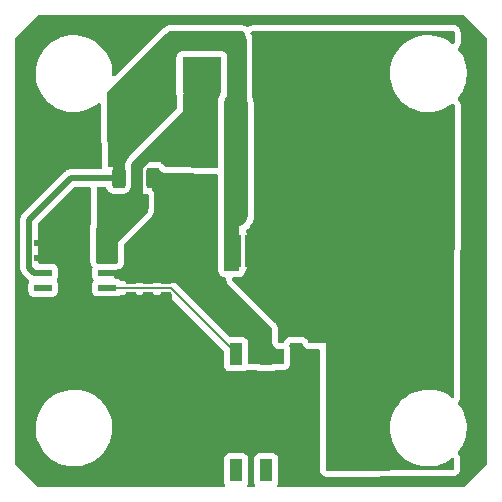
<source format=gtl>
G04 #@! TF.GenerationSoftware,KiCad,Pcbnew,7.0.8-7.0.8~ubuntu22.04.1*
G04 #@! TF.CreationDate,2023-11-29T13:04:59-08:00*
G04 #@! TF.ProjectId,30 mm Cage Plate LED MCPCB,3330206d-6d20-4436-9167-6520506c6174,rev?*
G04 #@! TF.SameCoordinates,Original*
G04 #@! TF.FileFunction,Copper,L1,Top*
G04 #@! TF.FilePolarity,Positive*
%FSLAX46Y46*%
G04 Gerber Fmt 4.6, Leading zero omitted, Abs format (unit mm)*
G04 Created by KiCad (PCBNEW 7.0.8-7.0.8~ubuntu22.04.1) date 2023-11-29 13:04:59*
%MOMM*%
%LPD*%
G01*
G04 APERTURE LIST*
G04 Aperture macros list*
%AMRoundRect*
0 Rectangle with rounded corners*
0 $1 Rounding radius*
0 $2 $3 $4 $5 $6 $7 $8 $9 X,Y pos of 4 corners*
0 Add a 4 corners polygon primitive as box body*
4,1,4,$2,$3,$4,$5,$6,$7,$8,$9,$2,$3,0*
0 Add four circle primitives for the rounded corners*
1,1,$1+$1,$2,$3*
1,1,$1+$1,$4,$5*
1,1,$1+$1,$6,$7*
1,1,$1+$1,$8,$9*
0 Add four rect primitives between the rounded corners*
20,1,$1+$1,$2,$3,$4,$5,0*
20,1,$1+$1,$4,$5,$6,$7,0*
20,1,$1+$1,$6,$7,$8,$9,0*
20,1,$1+$1,$8,$9,$2,$3,0*%
G04 Aperture macros list end*
G04 #@! TA.AperFunction,SMDPad,CuDef*
%ADD10RoundRect,0.250000X-0.312500X-0.625000X0.312500X-0.625000X0.312500X0.625000X-0.312500X0.625000X0*%
G04 #@! TD*
G04 #@! TA.AperFunction,SMDPad,CuDef*
%ADD11R,1.020000X1.905000*%
G04 #@! TD*
G04 #@! TA.AperFunction,SMDPad,CuDef*
%ADD12R,0.500000X2.700000*%
G04 #@! TD*
G04 #@! TA.AperFunction,SMDPad,CuDef*
%ADD13R,1.000000X2.700000*%
G04 #@! TD*
G04 #@! TA.AperFunction,SMDPad,CuDef*
%ADD14RoundRect,0.225000X0.250000X-0.225000X0.250000X0.225000X-0.250000X0.225000X-0.250000X-0.225000X0*%
G04 #@! TD*
G04 #@! TA.AperFunction,SMDPad,CuDef*
%ADD15R,1.498600X0.558800*%
G04 #@! TD*
G04 #@! TA.AperFunction,SMDPad,CuDef*
%ADD16R,2.413000X3.073400*%
G04 #@! TD*
G04 #@! TA.AperFunction,SMDPad,CuDef*
%ADD17R,3.302000X3.098800*%
G04 #@! TD*
G04 #@! TA.AperFunction,SMDPad,CuDef*
%ADD18RoundRect,0.250000X0.800000X-0.450000X0.800000X0.450000X-0.800000X0.450000X-0.800000X-0.450000X0*%
G04 #@! TD*
G04 #@! TA.AperFunction,Conductor*
%ADD19C,1.000000*%
G04 #@! TD*
G04 #@! TA.AperFunction,Conductor*
%ADD20C,0.500000*%
G04 #@! TD*
G04 #@! TA.AperFunction,Conductor*
%ADD21C,0.200000*%
G04 #@! TD*
G04 #@! TA.AperFunction,Conductor*
%ADD22C,2.000000*%
G04 #@! TD*
G04 #@! TA.AperFunction,Conductor*
%ADD23C,1.500000*%
G04 #@! TD*
G04 APERTURE END LIST*
D10*
X108777500Y-73824950D03*
X111702500Y-73824950D03*
D11*
X123820000Y-98562500D03*
X123820000Y-88737500D03*
X121280000Y-98562500D03*
X121280000Y-88737500D03*
X118740000Y-98562500D03*
X118740000Y-88737500D03*
X116200000Y-98562500D03*
X116200000Y-88737500D03*
D12*
X118900000Y-80010000D03*
X121100000Y-80010000D03*
D13*
X120000000Y-80010000D03*
D14*
X111300000Y-83910000D03*
X111300000Y-82360000D03*
X112770000Y-83920000D03*
X112770000Y-82370000D03*
D15*
X102394900Y-79320050D03*
X102394900Y-80590050D03*
X102394900Y-81860050D03*
X102394900Y-83130050D03*
X107805100Y-83130050D03*
X107805100Y-81860050D03*
X107805100Y-80590050D03*
X107805100Y-79320050D03*
D16*
X105100000Y-81225050D03*
D14*
X109830000Y-83910050D03*
X109830000Y-82360050D03*
D17*
X124028999Y-65150000D03*
X115831001Y-65150000D03*
D18*
X110335100Y-80300050D03*
X110335100Y-75900050D03*
D19*
X123820000Y-93700000D02*
X112280000Y-93700000D01*
X123820000Y-93700000D02*
X123820000Y-98562500D01*
X112280000Y-93700000D02*
X105100000Y-86520000D01*
D20*
X105100000Y-79634950D02*
X104785100Y-79320050D01*
X105100000Y-81225050D02*
X105100000Y-82761750D01*
X104465000Y-80590050D02*
X105100000Y-81225050D01*
X104785100Y-79320050D02*
X102394900Y-79320050D01*
D19*
X116200000Y-98562500D02*
X116200000Y-88737500D01*
X105100000Y-86520000D02*
X105100000Y-81225050D01*
D20*
X105100000Y-81225050D02*
X105100000Y-79634950D01*
X106423300Y-84085050D02*
X109830000Y-84085050D01*
X102394900Y-80590050D02*
X104465000Y-80590050D01*
D19*
X123820000Y-88737500D02*
X123820000Y-93700000D01*
D20*
X105100000Y-82761750D02*
X106423300Y-84085050D01*
D19*
X109830000Y-82185050D02*
X116715050Y-82185050D01*
X121280000Y-86750000D02*
X121280000Y-88737500D01*
X112265000Y-78370150D02*
X110335100Y-80300050D01*
D20*
X107805100Y-81860050D02*
X109505000Y-81860050D01*
X109505000Y-81860050D02*
X109830000Y-82185050D01*
X110335100Y-80300050D02*
X110335100Y-81679950D01*
D19*
X116715050Y-82185050D02*
X121280000Y-86750000D01*
X111702500Y-73824950D02*
X112265000Y-74387450D01*
D20*
X110335100Y-81679950D02*
X109830000Y-82185050D01*
D19*
X112265000Y-74387450D02*
X112265000Y-78370150D01*
X110335100Y-76790050D02*
X107805100Y-79320050D01*
X115831001Y-65150000D02*
X115831001Y-67288999D01*
X110335100Y-72784900D02*
X110335100Y-75900050D01*
X110335100Y-75900050D02*
X110335100Y-76790050D01*
X115831001Y-67288999D02*
X110335100Y-72784900D01*
X107805100Y-79320050D02*
X107805100Y-80590050D01*
D21*
X118257462Y-88190000D02*
X113197512Y-83130050D01*
X118660000Y-88657500D02*
X118660000Y-88190000D01*
X113197512Y-83130050D02*
X107805100Y-83130050D01*
X118740000Y-88737500D02*
X118660000Y-88657500D01*
X118660000Y-88190000D02*
X118257462Y-88190000D01*
D22*
X118710000Y-67550000D02*
X118700000Y-67540000D01*
D23*
X112770000Y-63050000D02*
X112770000Y-62990000D01*
X115560000Y-62200000D02*
X118860000Y-62200000D01*
X113360000Y-62400000D02*
X113560000Y-62200000D01*
D20*
X104770000Y-73824950D02*
X108777500Y-73824950D01*
D22*
X118710000Y-76970000D02*
X118730000Y-76990000D01*
D23*
X118860000Y-62200000D02*
X118860000Y-71500000D01*
D20*
X101195600Y-81410050D02*
X101195600Y-77399350D01*
X118615700Y-80000000D02*
X118615700Y-77765700D01*
D19*
X108777500Y-73824950D02*
X108777500Y-70492500D01*
D20*
X118615700Y-77765700D02*
X118610000Y-77760000D01*
D22*
X108777500Y-67042500D02*
X112770000Y-63050000D01*
X118710000Y-76970000D02*
X118710000Y-67550000D01*
D20*
X102394900Y-81860050D02*
X101645600Y-81860050D01*
X101645600Y-81860050D02*
X101195600Y-81410050D01*
D23*
X112770000Y-62990000D02*
X113360000Y-62400000D01*
D20*
X101195600Y-77399350D02*
X104770000Y-73824950D01*
D22*
X108777500Y-70492500D02*
X108777500Y-67042500D01*
D23*
X113560000Y-62200000D02*
X115560000Y-62200000D01*
D22*
X121384300Y-65284300D02*
X121384300Y-80000000D01*
D19*
X120000000Y-80000000D02*
X121080000Y-78920000D01*
D22*
X121250000Y-65150000D02*
X121384300Y-65284300D01*
X124028999Y-65150000D02*
X121250000Y-65150000D01*
D20*
X121384300Y-80000000D02*
X121384300Y-77575700D01*
X121384300Y-77575700D02*
X121400000Y-77560000D01*
G04 #@! TA.AperFunction,Conductor*
G36*
X138015469Y-60020185D02*
G01*
X138036111Y-60036819D01*
X139963181Y-61963888D01*
X139996666Y-62025211D01*
X139999500Y-62051569D01*
X139999500Y-97948430D01*
X139979815Y-98015469D01*
X139963181Y-98036111D01*
X138036111Y-99963181D01*
X137974788Y-99996666D01*
X137948430Y-99999500D01*
X122300231Y-99999500D01*
X122233192Y-99979815D01*
X122187437Y-99927011D01*
X122177493Y-99857853D01*
X122200964Y-99801189D01*
X122204434Y-99796552D01*
X122233796Y-99757331D01*
X122284091Y-99622483D01*
X122290500Y-99562873D01*
X122290499Y-97562128D01*
X122284091Y-97502517D01*
X122263278Y-97446715D01*
X122233797Y-97367671D01*
X122233793Y-97367664D01*
X122147547Y-97252455D01*
X122147544Y-97252452D01*
X122032335Y-97166206D01*
X122032328Y-97166202D01*
X121897482Y-97115908D01*
X121897483Y-97115908D01*
X121837883Y-97109501D01*
X121837881Y-97109500D01*
X121837873Y-97109500D01*
X121837864Y-97109500D01*
X120722129Y-97109500D01*
X120722123Y-97109501D01*
X120662516Y-97115908D01*
X120527671Y-97166202D01*
X120527664Y-97166206D01*
X120412455Y-97252452D01*
X120412452Y-97252455D01*
X120326206Y-97367664D01*
X120326202Y-97367671D01*
X120275908Y-97502517D01*
X120269501Y-97562116D01*
X120269501Y-97562123D01*
X120269500Y-97562135D01*
X120269500Y-99562870D01*
X120269501Y-99562876D01*
X120275908Y-99622483D01*
X120326202Y-99757328D01*
X120326204Y-99757331D01*
X120359036Y-99801189D01*
X120383453Y-99866653D01*
X120368601Y-99934926D01*
X120319196Y-99984332D01*
X120259769Y-99999500D01*
X119760231Y-99999500D01*
X119693192Y-99979815D01*
X119647437Y-99927011D01*
X119637493Y-99857853D01*
X119660964Y-99801189D01*
X119664434Y-99796552D01*
X119693796Y-99757331D01*
X119744091Y-99622483D01*
X119750500Y-99562873D01*
X119750499Y-97562128D01*
X119744091Y-97502517D01*
X119723278Y-97446715D01*
X119693797Y-97367671D01*
X119693793Y-97367664D01*
X119607547Y-97252455D01*
X119607544Y-97252452D01*
X119492335Y-97166206D01*
X119492328Y-97166202D01*
X119357482Y-97115908D01*
X119357483Y-97115908D01*
X119297883Y-97109501D01*
X119297881Y-97109500D01*
X119297873Y-97109500D01*
X119297864Y-97109500D01*
X118182129Y-97109500D01*
X118182123Y-97109501D01*
X118122516Y-97115908D01*
X117987671Y-97166202D01*
X117987664Y-97166206D01*
X117872455Y-97252452D01*
X117872452Y-97252455D01*
X117786206Y-97367664D01*
X117786202Y-97367671D01*
X117735908Y-97502517D01*
X117729501Y-97562116D01*
X117729501Y-97562123D01*
X117729500Y-97562135D01*
X117729500Y-99562870D01*
X117729501Y-99562876D01*
X117735908Y-99622483D01*
X117786202Y-99757328D01*
X117786204Y-99757331D01*
X117819036Y-99801189D01*
X117843453Y-99866653D01*
X117828601Y-99934926D01*
X117779196Y-99984332D01*
X117719769Y-99999500D01*
X102051569Y-99999500D01*
X101984530Y-99979815D01*
X101963888Y-99963181D01*
X100036819Y-98036111D01*
X100003334Y-97974788D01*
X100000500Y-97948430D01*
X100000500Y-94910291D01*
X101745792Y-94910291D01*
X101755675Y-95268822D01*
X101755675Y-95268827D01*
X101755676Y-95268832D01*
X101804941Y-95624103D01*
X101804942Y-95624107D01*
X101892989Y-95971799D01*
X101892989Y-95971801D01*
X102018751Y-96307695D01*
X102018752Y-96307698D01*
X102169841Y-96606256D01*
X102180704Y-96627721D01*
X102376878Y-96927988D01*
X102531642Y-97115908D01*
X102604894Y-97204853D01*
X102604899Y-97204858D01*
X102861985Y-97454955D01*
X102861990Y-97454959D01*
X103145011Y-97675243D01*
X103145014Y-97675245D01*
X103145022Y-97675251D01*
X103450580Y-97863077D01*
X103774946Y-98016149D01*
X103774948Y-98016149D01*
X103774953Y-98016152D01*
X103774952Y-98016152D01*
X104114168Y-98132604D01*
X104114183Y-98132609D01*
X104464172Y-98211043D01*
X104820665Y-98250500D01*
X105089598Y-98250500D01*
X105127731Y-98248396D01*
X105358125Y-98235685D01*
X105711904Y-98176650D01*
X106057041Y-98079054D01*
X106389346Y-97944083D01*
X106704787Y-97773375D01*
X106999534Y-97569002D01*
X107270010Y-97333445D01*
X107512931Y-97069562D01*
X107725348Y-96780559D01*
X107904683Y-96469941D01*
X108048759Y-96141481D01*
X108155827Y-95799164D01*
X108224588Y-95447147D01*
X108254207Y-95089702D01*
X108244324Y-94731168D01*
X108195059Y-94375897D01*
X108107011Y-94028202D01*
X108043480Y-93858519D01*
X107981248Y-93692304D01*
X107981247Y-93692301D01*
X107899142Y-93530058D01*
X107819296Y-93372279D01*
X107623122Y-93072012D01*
X107395107Y-92795148D01*
X107262920Y-92666555D01*
X107138014Y-92545044D01*
X107138009Y-92545040D01*
X106854988Y-92324756D01*
X106854985Y-92324754D01*
X106854982Y-92324752D01*
X106854978Y-92324749D01*
X106549420Y-92136923D01*
X106549419Y-92136922D01*
X106549415Y-92136920D01*
X106225046Y-91983847D01*
X106225047Y-91983847D01*
X105885831Y-91867395D01*
X105885820Y-91867392D01*
X105885817Y-91867391D01*
X105535828Y-91788957D01*
X105535824Y-91788956D01*
X105179335Y-91749500D01*
X104910405Y-91749500D01*
X104910402Y-91749500D01*
X104641874Y-91764315D01*
X104288094Y-91823350D01*
X104288090Y-91823351D01*
X103942960Y-91920945D01*
X103942957Y-91920946D01*
X103610661Y-92055913D01*
X103610648Y-92055919D01*
X103295220Y-92226620D01*
X103295219Y-92226621D01*
X103000460Y-92431002D01*
X102729996Y-92666548D01*
X102729992Y-92666551D01*
X102487067Y-92930440D01*
X102274652Y-93219441D01*
X102274651Y-93219442D01*
X102095317Y-93530058D01*
X101951240Y-93858520D01*
X101951239Y-93858521D01*
X101844173Y-94200832D01*
X101775412Y-94552849D01*
X101775410Y-94552863D01*
X101745793Y-94910287D01*
X101745792Y-94910291D01*
X100000500Y-94910291D01*
X100000500Y-85987492D01*
X100002346Y-83516933D01*
X100003937Y-81388075D01*
X100440310Y-81388075D01*
X100444864Y-81440114D01*
X100445100Y-81445520D01*
X100445100Y-81453759D01*
X100448906Y-81486324D01*
X100455600Y-81562841D01*
X100457061Y-81569917D01*
X100457003Y-81569928D01*
X100458634Y-81577287D01*
X100458692Y-81577274D01*
X100460357Y-81584300D01*
X100486625Y-81656474D01*
X100510785Y-81729381D01*
X100513836Y-81735924D01*
X100513782Y-81735948D01*
X100517070Y-81742738D01*
X100517121Y-81742713D01*
X100520361Y-81749163D01*
X100520362Y-81749164D01*
X100520363Y-81749167D01*
X100562565Y-81813333D01*
X100602887Y-81878705D01*
X100607366Y-81884369D01*
X100607319Y-81884406D01*
X100612082Y-81890252D01*
X100612128Y-81890214D01*
X100616773Y-81895750D01*
X100672620Y-81948438D01*
X101069867Y-82345684D01*
X101081649Y-82359317D01*
X101095989Y-82378579D01*
X101136006Y-82412158D01*
X101139992Y-82415810D01*
X101145820Y-82421637D01*
X101145827Y-82421644D01*
X101163510Y-82435625D01*
X101171544Y-82441977D01*
X101176777Y-82446368D01*
X101215485Y-82504533D01*
X101216601Y-82574394D01*
X101205915Y-82600789D01*
X101201803Y-82608318D01*
X101151510Y-82743163D01*
X101151509Y-82743167D01*
X101145100Y-82802777D01*
X101145100Y-82802784D01*
X101145100Y-82802785D01*
X101145100Y-83457320D01*
X101145101Y-83457326D01*
X101151508Y-83516933D01*
X101201802Y-83651778D01*
X101201806Y-83651785D01*
X101288052Y-83766994D01*
X101288055Y-83766997D01*
X101403264Y-83853243D01*
X101403271Y-83853247D01*
X101538117Y-83903541D01*
X101538116Y-83903541D01*
X101545044Y-83904285D01*
X101597727Y-83909950D01*
X103192072Y-83909949D01*
X103251683Y-83903541D01*
X103386531Y-83853246D01*
X103501746Y-83766996D01*
X103587996Y-83651781D01*
X103638291Y-83516933D01*
X103644700Y-83457323D01*
X103644699Y-82802778D01*
X103638291Y-82743167D01*
X103587996Y-82608319D01*
X103558829Y-82569357D01*
X103534413Y-82503898D01*
X103549264Y-82435625D01*
X103558821Y-82420752D01*
X103587996Y-82381781D01*
X103638291Y-82246933D01*
X103644700Y-82187323D01*
X103644699Y-81532778D01*
X103638291Y-81473167D01*
X103638289Y-81473162D01*
X103587997Y-81338321D01*
X103587993Y-81338314D01*
X103501747Y-81223105D01*
X103501744Y-81223102D01*
X103386535Y-81136856D01*
X103386528Y-81136852D01*
X103251682Y-81086558D01*
X103251683Y-81086558D01*
X103192083Y-81080151D01*
X103192081Y-81080150D01*
X103192073Y-81080150D01*
X103192065Y-81080150D01*
X102070100Y-81080150D01*
X102003061Y-81060465D01*
X101957306Y-81007661D01*
X101946100Y-80956150D01*
X101946100Y-77761580D01*
X101965785Y-77694541D01*
X101982419Y-77673899D01*
X105044549Y-74611769D01*
X105105872Y-74578284D01*
X105132230Y-74575450D01*
X106279371Y-74575450D01*
X106346410Y-74595135D01*
X106392165Y-74647939D01*
X106403371Y-74699623D01*
X106394671Y-80945814D01*
X106405856Y-81052263D01*
X106405858Y-81052274D01*
X106416781Y-81103329D01*
X106450127Y-81205028D01*
X106450128Y-81205031D01*
X106450129Y-81205032D01*
X106527249Y-81326497D01*
X106541800Y-81343478D01*
X106570474Y-81407192D01*
X106563826Y-81467489D01*
X106561710Y-81473162D01*
X106561709Y-81473165D01*
X106561709Y-81473167D01*
X106555300Y-81532777D01*
X106555300Y-81532784D01*
X106555300Y-81532785D01*
X106555300Y-82187320D01*
X106555301Y-82187326D01*
X106561708Y-82246933D01*
X106612002Y-82381778D01*
X106612003Y-82381780D01*
X106641168Y-82420740D01*
X106665584Y-82486205D01*
X106650732Y-82554478D01*
X106641168Y-82569360D01*
X106612003Y-82608319D01*
X106612002Y-82608321D01*
X106561710Y-82743163D01*
X106561709Y-82743167D01*
X106555300Y-82802777D01*
X106555300Y-82802784D01*
X106555300Y-82802785D01*
X106555300Y-83457320D01*
X106555301Y-83457326D01*
X106561708Y-83516933D01*
X106612002Y-83651778D01*
X106612006Y-83651785D01*
X106698252Y-83766994D01*
X106698255Y-83766997D01*
X106813464Y-83853243D01*
X106813471Y-83853247D01*
X106948317Y-83903541D01*
X106948316Y-83903541D01*
X106955244Y-83904285D01*
X107007927Y-83909950D01*
X108602272Y-83909949D01*
X108661883Y-83903541D01*
X108796731Y-83853246D01*
X108911946Y-83766996D01*
X108911947Y-83766994D01*
X108911949Y-83766993D01*
X108912074Y-83766869D01*
X108912228Y-83766784D01*
X108919046Y-83761681D01*
X108919779Y-83762661D01*
X108973397Y-83733384D01*
X108999755Y-83730550D01*
X112897415Y-83730550D01*
X112964454Y-83750235D01*
X112985096Y-83766869D01*
X117693181Y-88474954D01*
X117726666Y-88536277D01*
X117729500Y-88562635D01*
X117729500Y-89737870D01*
X117729501Y-89737876D01*
X117735908Y-89797483D01*
X117786202Y-89932328D01*
X117786206Y-89932335D01*
X117872452Y-90047544D01*
X117872455Y-90047547D01*
X117987664Y-90133793D01*
X117987671Y-90133797D01*
X118122517Y-90184091D01*
X118122516Y-90184091D01*
X118129444Y-90184835D01*
X118182127Y-90190500D01*
X119297872Y-90190499D01*
X119357483Y-90184091D01*
X119492331Y-90133796D01*
X119578599Y-90069215D01*
X119644063Y-90044798D01*
X119688445Y-90049683D01*
X119729000Y-90061815D01*
X119871309Y-90083013D01*
X120422920Y-90085807D01*
X120489857Y-90105830D01*
X120496598Y-90110536D01*
X120527666Y-90133794D01*
X120527668Y-90133795D01*
X120527671Y-90133797D01*
X120662517Y-90184091D01*
X120662516Y-90184091D01*
X120669444Y-90184835D01*
X120722127Y-90190500D01*
X121837872Y-90190499D01*
X121897483Y-90184091D01*
X122032331Y-90133796D01*
X122051861Y-90119174D01*
X122117319Y-90094756D01*
X122126777Y-90094441D01*
X122682310Y-90097258D01*
X122791073Y-90085982D01*
X122843212Y-90074778D01*
X122947004Y-90040379D01*
X123068043Y-89962591D01*
X123120847Y-89916836D01*
X123215067Y-89808102D01*
X123274838Y-89677225D01*
X123294523Y-89610186D01*
X123294524Y-89610182D01*
X123315000Y-89467766D01*
X123315000Y-88439500D01*
X123303447Y-88332044D01*
X123292241Y-88280533D01*
X123270618Y-88215566D01*
X123258114Y-88177997D01*
X123258113Y-88177995D01*
X123229211Y-88133024D01*
X123209525Y-88065985D01*
X123226884Y-88002709D01*
X123253854Y-87957253D01*
X123253858Y-87957247D01*
X123280594Y-87892699D01*
X123282985Y-87883332D01*
X123318639Y-87823244D01*
X123381119Y-87791970D01*
X123403133Y-87790000D01*
X124233037Y-87790000D01*
X124300076Y-87809685D01*
X124345831Y-87862489D01*
X124349601Y-87871705D01*
X124377103Y-87947499D01*
X124377107Y-87947508D01*
X124454884Y-88068531D01*
X124454897Y-88068548D01*
X124500641Y-88121340D01*
X124500644Y-88121343D01*
X124500648Y-88121347D01*
X124609382Y-88215567D01*
X124740259Y-88275338D01*
X124785075Y-88288497D01*
X124807293Y-88295022D01*
X124807298Y-88295023D01*
X124807302Y-88295024D01*
X124949718Y-88315500D01*
X125690500Y-88315500D01*
X125757539Y-88335185D01*
X125803294Y-88387989D01*
X125814500Y-88439500D01*
X125814500Y-98495314D01*
X125826349Y-98604122D01*
X125837840Y-98656255D01*
X125872837Y-98759971D01*
X125872839Y-98759976D01*
X125951282Y-98880569D01*
X125951289Y-98880579D01*
X125951294Y-98880584D01*
X125951295Y-98880586D01*
X125997327Y-98933123D01*
X125997330Y-98933125D01*
X125997334Y-98933130D01*
X126106589Y-99026751D01*
X126106590Y-99026751D01*
X126106592Y-99026753D01*
X126106591Y-99026753D01*
X126237778Y-99085792D01*
X126237794Y-99085799D01*
X126304941Y-99105114D01*
X126304942Y-99105114D01*
X126305039Y-99105127D01*
X126308999Y-99105686D01*
X126309166Y-99105697D01*
X126447468Y-99124805D01*
X126447471Y-99124804D01*
X126447472Y-99124805D01*
X126447473Y-99124805D01*
X135315856Y-99075943D01*
X137089534Y-99066171D01*
X137195427Y-99054358D01*
X137246195Y-99043182D01*
X137347267Y-99009433D01*
X137468348Y-98931709D01*
X137521176Y-98885982D01*
X137615449Y-98777302D01*
X137675291Y-98646457D01*
X137687747Y-98604122D01*
X137695011Y-98579435D01*
X137695012Y-98579427D01*
X137695013Y-98579424D01*
X137715566Y-98437019D01*
X137715984Y-97657657D01*
X137715982Y-97656063D01*
X137695133Y-97513702D01*
X137675273Y-97446714D01*
X137615166Y-97316000D01*
X137526698Y-97214436D01*
X137497509Y-97150958D01*
X137507273Y-97081774D01*
X137520286Y-97059555D01*
X137725348Y-96780559D01*
X137904683Y-96469941D01*
X138048759Y-96141481D01*
X138155827Y-95799164D01*
X138224588Y-95447147D01*
X138254207Y-95089702D01*
X138244324Y-94731168D01*
X138195059Y-94375897D01*
X138107011Y-94028202D01*
X138043480Y-93858519D01*
X137981248Y-93692304D01*
X137981247Y-93692301D01*
X137899142Y-93530058D01*
X137819296Y-93372279D01*
X137623122Y-93072012D01*
X137623118Y-93072007D01*
X137623116Y-93072004D01*
X137526496Y-92954684D01*
X137499073Y-92890421D01*
X137510746Y-92821534D01*
X137528545Y-92794602D01*
X137618722Y-92690646D01*
X137678563Y-92559800D01*
X137698284Y-92492771D01*
X137698285Y-92492769D01*
X137718838Y-92350364D01*
X137732121Y-67643615D01*
X137732119Y-67642064D01*
X137711283Y-67499700D01*
X137711282Y-67499699D01*
X137711281Y-67499691D01*
X137691430Y-67432713D01*
X137631333Y-67301992D01*
X137631331Y-67301990D01*
X137539681Y-67196757D01*
X137510497Y-67133275D01*
X137520266Y-67064092D01*
X137533271Y-67041887D01*
X137725348Y-66780559D01*
X137904683Y-66469941D01*
X138048759Y-66141481D01*
X138155827Y-65799164D01*
X138224588Y-65447147D01*
X138254207Y-65089702D01*
X138244324Y-64731168D01*
X138195059Y-64375897D01*
X138107011Y-64028202D01*
X138043480Y-63858519D01*
X137981248Y-63692304D01*
X137981247Y-63692301D01*
X137899142Y-63530058D01*
X137819296Y-63372279D01*
X137623122Y-63072012D01*
X137539647Y-62970654D01*
X137512226Y-62906394D01*
X137523898Y-62837506D01*
X137541698Y-62810574D01*
X137555085Y-62795141D01*
X137634844Y-62703195D01*
X137694685Y-62572349D01*
X137714406Y-62505320D01*
X137714407Y-62505318D01*
X137734960Y-62362913D01*
X137735433Y-61484763D01*
X137723726Y-61376332D01*
X137712344Y-61324368D01*
X137677649Y-61220964D01*
X137599448Y-61100191D01*
X137599444Y-61100186D01*
X137565305Y-61061058D01*
X137560401Y-61053471D01*
X137553513Y-61047543D01*
X137444454Y-60953694D01*
X137313372Y-60894372D01*
X137313369Y-60894371D01*
X137246268Y-60874917D01*
X137246261Y-60874916D01*
X137103788Y-60854928D01*
X137103783Y-60854928D01*
X128585316Y-60884034D01*
X120066845Y-60913141D01*
X120066846Y-60913141D01*
X119990686Y-60919175D01*
X119962719Y-60923536D01*
X119953769Y-60924932D01*
X119953770Y-60924932D01*
X119953764Y-60924933D01*
X119926502Y-60931326D01*
X119879378Y-60942377D01*
X119749237Y-61005048D01*
X119680295Y-61016399D01*
X119643925Y-61006121D01*
X119583210Y-60978393D01*
X119531251Y-60954663D01*
X119527954Y-60953695D01*
X119517656Y-60950671D01*
X119464214Y-60934978D01*
X119464208Y-60934976D01*
X119378755Y-60922690D01*
X119321789Y-60914500D01*
X113017796Y-60914500D01*
X113017787Y-60914500D01*
X112991134Y-60915909D01*
X112991133Y-60915909D01*
X112991124Y-60915909D01*
X112991123Y-60915910D01*
X112982397Y-60916835D01*
X112951833Y-60920077D01*
X112951834Y-60920077D01*
X112899138Y-60928497D01*
X112899131Y-60928499D01*
X112764183Y-60978386D01*
X112764167Y-60978393D01*
X112702755Y-61011696D01*
X112587320Y-61097586D01*
X108464492Y-65196536D01*
X108403072Y-65229842D01*
X108333395Y-65224655D01*
X108277583Y-65182622D01*
X108253357Y-65117087D01*
X108253490Y-65098357D01*
X108254207Y-65089702D01*
X108249262Y-64910298D01*
X108244324Y-64731168D01*
X108195059Y-64375897D01*
X108107011Y-64028202D01*
X108043480Y-63858519D01*
X107981248Y-63692304D01*
X107981247Y-63692301D01*
X107899142Y-63530058D01*
X107819296Y-63372279D01*
X107623122Y-63072012D01*
X107395107Y-62795148D01*
X107300584Y-62703195D01*
X107138014Y-62545044D01*
X107138009Y-62545040D01*
X106854988Y-62324756D01*
X106854985Y-62324754D01*
X106854982Y-62324752D01*
X106854978Y-62324749D01*
X106549420Y-62136923D01*
X106549419Y-62136922D01*
X106549415Y-62136920D01*
X106225046Y-61983847D01*
X106225047Y-61983847D01*
X105885831Y-61867395D01*
X105885820Y-61867392D01*
X105885817Y-61867391D01*
X105535828Y-61788957D01*
X105535824Y-61788956D01*
X105179335Y-61749500D01*
X104910405Y-61749500D01*
X104910402Y-61749500D01*
X104641874Y-61764315D01*
X104288094Y-61823350D01*
X104288090Y-61823351D01*
X103942960Y-61920945D01*
X103942957Y-61920946D01*
X103610661Y-62055913D01*
X103610648Y-62055919D01*
X103295220Y-62226620D01*
X103295219Y-62226621D01*
X103000460Y-62431002D01*
X102729996Y-62666548D01*
X102729992Y-62666551D01*
X102487067Y-62930440D01*
X102274652Y-63219441D01*
X102274651Y-63219442D01*
X102095317Y-63530058D01*
X101951240Y-63858520D01*
X101951239Y-63858521D01*
X101844173Y-64200832D01*
X101775412Y-64552849D01*
X101775410Y-64552863D01*
X101745793Y-64910287D01*
X101745792Y-64910291D01*
X101755675Y-65268822D01*
X101755675Y-65268827D01*
X101755676Y-65268832D01*
X101804941Y-65624103D01*
X101804942Y-65624107D01*
X101892989Y-65971799D01*
X101892989Y-65971801D01*
X102018751Y-66307695D01*
X102018752Y-66307698D01*
X102169841Y-66606256D01*
X102180704Y-66627721D01*
X102376878Y-66927988D01*
X102598227Y-67196758D01*
X102604894Y-67204853D01*
X102604899Y-67204858D01*
X102861985Y-67454955D01*
X102861990Y-67454959D01*
X103145011Y-67675243D01*
X103145014Y-67675245D01*
X103145022Y-67675251D01*
X103450580Y-67863077D01*
X103774946Y-68016149D01*
X103774948Y-68016149D01*
X103774953Y-68016152D01*
X103774952Y-68016152D01*
X104114168Y-68132604D01*
X104114183Y-68132609D01*
X104464172Y-68211043D01*
X104820665Y-68250500D01*
X105089598Y-68250500D01*
X105127731Y-68248396D01*
X105358125Y-68235685D01*
X105711904Y-68176650D01*
X106057041Y-68079054D01*
X106389346Y-67944083D01*
X106704787Y-67773375D01*
X106999534Y-67569002D01*
X107071564Y-67506270D01*
X107135045Y-67477088D01*
X107204228Y-67486858D01*
X107257147Y-67532480D01*
X107277000Y-67599470D01*
X107277000Y-70554565D01*
X107292391Y-70740317D01*
X107339243Y-70925333D01*
X107343029Y-70954400D01*
X107363051Y-72762129D01*
X107363052Y-72762132D01*
X107380278Y-72887485D01*
X107380279Y-72887492D01*
X107388550Y-72918324D01*
X107386906Y-72988175D01*
X107347759Y-73046048D01*
X107283538Y-73073569D01*
X107268784Y-73074450D01*
X104833705Y-73074450D01*
X104815735Y-73073141D01*
X104791972Y-73069660D01*
X104747306Y-73073569D01*
X104739931Y-73074214D01*
X104734530Y-73074450D01*
X104726289Y-73074450D01*
X104704579Y-73076987D01*
X104693724Y-73078256D01*
X104678419Y-73079595D01*
X104617199Y-73084951D01*
X104610132Y-73086410D01*
X104610120Y-73086354D01*
X104602763Y-73087985D01*
X104602777Y-73088042D01*
X104595743Y-73089709D01*
X104523575Y-73115975D01*
X104450675Y-73140131D01*
X104444126Y-73143186D01*
X104444101Y-73143133D01*
X104437308Y-73146421D01*
X104437334Y-73146473D01*
X104430880Y-73149714D01*
X104366708Y-73191921D01*
X104301347Y-73232235D01*
X104295683Y-73236715D01*
X104295647Y-73236669D01*
X104289798Y-73241434D01*
X104289835Y-73241478D01*
X104284310Y-73246114D01*
X104231597Y-73301985D01*
X100709958Y-76823622D01*
X100696329Y-76835401D01*
X100677068Y-76849740D01*
X100643498Y-76889747D01*
X100639853Y-76893726D01*
X100634009Y-76899572D01*
X100613659Y-76925309D01*
X100564295Y-76984139D01*
X100560329Y-76990169D01*
X100560282Y-76990138D01*
X100556230Y-76996497D01*
X100556279Y-76996527D01*
X100552489Y-77002671D01*
X100520024Y-77072291D01*
X100485560Y-77140916D01*
X100483088Y-77147707D01*
X100483032Y-77147686D01*
X100480560Y-77154800D01*
X100480615Y-77154819D01*
X100478342Y-77161677D01*
X100470575Y-77199296D01*
X100462807Y-77236915D01*
X100449601Y-77292634D01*
X100445098Y-77311636D01*
X100444261Y-77318804D01*
X100444201Y-77318797D01*
X100443435Y-77326295D01*
X100443495Y-77326301D01*
X100442865Y-77333490D01*
X100445100Y-77410266D01*
X100445100Y-81346344D01*
X100443791Y-81364313D01*
X100440310Y-81388075D01*
X100003937Y-81388075D01*
X100018398Y-62033573D01*
X100038132Y-61966553D01*
X100054707Y-61945999D01*
X101963888Y-60036819D01*
X102025211Y-60003334D01*
X102051569Y-60000500D01*
X137948430Y-60000500D01*
X138015469Y-60020185D01*
G37*
G04 #@! TD.AperFunction*
G04 #@! TA.AperFunction,Conductor*
G36*
X118878884Y-76957183D02*
G01*
X118945447Y-76978420D01*
X118989962Y-77032274D01*
X119000000Y-77081149D01*
X119000000Y-78604146D01*
X118999645Y-78610777D01*
X118999500Y-78612122D01*
X118999500Y-79959592D01*
X118999321Y-79964300D01*
X118994663Y-80025476D01*
X118999003Y-80059558D01*
X118999500Y-80067397D01*
X118999500Y-81407863D01*
X118999501Y-81407880D01*
X118999644Y-81409202D01*
X119000000Y-81415835D01*
X119000000Y-81622095D01*
X118980315Y-81689134D01*
X118927511Y-81734889D01*
X118872157Y-81746035D01*
X117830157Y-81713725D01*
X117763760Y-81691973D01*
X117719663Y-81637776D01*
X117710000Y-81589785D01*
X117710000Y-77056916D01*
X117729685Y-76989877D01*
X117782489Y-76944122D01*
X117836879Y-76932950D01*
X118878884Y-76957183D01*
G37*
G04 #@! TD.AperFunction*
G04 #@! TA.AperFunction,Conductor*
G36*
X117335398Y-66663938D02*
G01*
X117381418Y-66716511D01*
X117391710Y-66785618D01*
X117380286Y-66823050D01*
X117297355Y-66992689D01*
X117226401Y-67231018D01*
X117195643Y-67477779D01*
X117205919Y-67726236D01*
X117206861Y-67730729D01*
X117209500Y-67756175D01*
X117209500Y-72843508D01*
X117189815Y-72910547D01*
X117137011Y-72956302D01*
X117084443Y-72967503D01*
X112799022Y-72930965D01*
X112732153Y-72910710D01*
X112694540Y-72872066D01*
X112676925Y-72843508D01*
X112607712Y-72731294D01*
X112483656Y-72607238D01*
X112349383Y-72524418D01*
X112334336Y-72515137D01*
X112334331Y-72515135D01*
X112332862Y-72514648D01*
X112167797Y-72459951D01*
X112167795Y-72459950D01*
X112065010Y-72449450D01*
X111339998Y-72449450D01*
X111339980Y-72449451D01*
X111237203Y-72459950D01*
X111237200Y-72459951D01*
X111070668Y-72515135D01*
X111070659Y-72515140D01*
X110964620Y-72580544D01*
X110897227Y-72598984D01*
X110830564Y-72578061D01*
X110785795Y-72524418D01*
X110777134Y-72455087D01*
X110807329Y-72392083D01*
X114220000Y-68610000D01*
X114210635Y-66784005D01*
X114229975Y-66716869D01*
X114282544Y-66670844D01*
X114334006Y-66659375D01*
X117268263Y-66644593D01*
X117335398Y-66663938D01*
G37*
G04 #@! TD.AperFunction*
G04 #@! TA.AperFunction,Conductor*
G36*
X112042379Y-72955268D02*
G01*
X112047803Y-72955822D01*
X112074234Y-72961476D01*
X112105491Y-72971834D01*
X112131575Y-72983998D01*
X112155661Y-72998854D01*
X112178243Y-73016709D01*
X112198239Y-73036705D01*
X112216097Y-73059290D01*
X112264296Y-73137435D01*
X112264299Y-73137438D01*
X112332298Y-73224644D01*
X112353201Y-73246120D01*
X112369914Y-73263291D01*
X112392418Y-73281838D01*
X112455245Y-73333619D01*
X112585609Y-73394503D01*
X112652478Y-73414758D01*
X112794712Y-73436447D01*
X113320497Y-73440929D01*
X117083520Y-73473014D01*
X117083512Y-73473918D01*
X117147629Y-73489556D01*
X117195784Y-73540181D01*
X117209500Y-73596868D01*
X117209500Y-76872981D01*
X117209024Y-76880656D01*
X117205643Y-76907779D01*
X117209500Y-77001035D01*
X117209500Y-77013270D01*
X117208238Y-77030915D01*
X117204500Y-77056912D01*
X117204500Y-77056916D01*
X117204500Y-81589785D01*
X117214446Y-81689565D01*
X117214446Y-81689569D01*
X117214447Y-81689570D01*
X117224106Y-81737545D01*
X117224113Y-81737570D01*
X117253556Y-81833415D01*
X117253556Y-81833416D01*
X117327558Y-81956812D01*
X117369789Y-82008715D01*
X117370382Y-82009518D01*
X117371655Y-82011009D01*
X117371656Y-82011010D01*
X117477422Y-82108555D01*
X117606386Y-82172352D01*
X117672783Y-82194104D01*
X117757478Y-82208973D01*
X117820102Y-82239952D01*
X117856037Y-82299872D01*
X117859719Y-82339949D01*
X117858707Y-82354100D01*
X117858707Y-82354103D01*
X117868971Y-82497609D01*
X117868972Y-82497614D01*
X117919251Y-82632419D01*
X117952731Y-82693734D01*
X117952734Y-82693741D01*
X117984477Y-82736144D01*
X118038961Y-82808926D01*
X118038964Y-82808929D01*
X118038970Y-82808936D01*
X118639848Y-83409813D01*
X121588036Y-86358000D01*
X121599724Y-86368969D01*
X121617625Y-86384732D01*
X121617647Y-86384750D01*
X121619222Y-86386137D01*
X121625299Y-86392292D01*
X121629278Y-86396926D01*
X121635508Y-86404184D01*
X121651755Y-86421719D01*
X121662890Y-86432854D01*
X121668556Y-86439371D01*
X121669850Y-86441087D01*
X121684222Y-86460150D01*
X121684238Y-86460170D01*
X121685541Y-86461898D01*
X121690248Y-86469141D01*
X121697840Y-86482817D01*
X121710231Y-86503278D01*
X121718895Y-86516424D01*
X121723139Y-86523960D01*
X121735233Y-86549433D01*
X121738384Y-86557469D01*
X121743077Y-86572425D01*
X121751103Y-86594969D01*
X121756924Y-86609546D01*
X121759563Y-86617772D01*
X121766285Y-86645159D01*
X121767756Y-86653674D01*
X121769350Y-86669343D01*
X121772673Y-86693009D01*
X121773892Y-86699816D01*
X121775796Y-86724824D01*
X121775000Y-86756274D01*
X121775000Y-87662535D01*
X121776701Y-87691823D01*
X121776701Y-87691824D01*
X121783341Y-87748807D01*
X121783827Y-87753317D01*
X121783827Y-87753321D01*
X121787447Y-87772408D01*
X121788420Y-87777954D01*
X121788422Y-87777964D01*
X121788836Y-87779725D01*
X121798943Y-87833003D01*
X121798945Y-87833011D01*
X121809439Y-87871260D01*
X121837104Y-87947501D01*
X121837107Y-87947508D01*
X121914884Y-88068531D01*
X121914897Y-88068548D01*
X121960641Y-88121340D01*
X121960644Y-88121343D01*
X121960648Y-88121347D01*
X122069382Y-88215567D01*
X122200259Y-88275338D01*
X122245075Y-88288497D01*
X122267293Y-88295022D01*
X122267298Y-88295023D01*
X122267302Y-88295024D01*
X122409718Y-88315500D01*
X122409721Y-88315500D01*
X122685500Y-88315500D01*
X122752539Y-88335185D01*
X122798294Y-88387989D01*
X122809500Y-88439500D01*
X122809500Y-89467766D01*
X122789815Y-89534805D01*
X122737011Y-89580560D01*
X122684872Y-89591764D01*
X119873871Y-89577519D01*
X119806932Y-89557495D01*
X119761445Y-89504460D01*
X119750499Y-89453524D01*
X119750499Y-87737128D01*
X119744091Y-87677517D01*
X119693796Y-87542669D01*
X119693795Y-87542668D01*
X119693793Y-87542664D01*
X119607547Y-87427455D01*
X119607544Y-87427452D01*
X119492335Y-87341206D01*
X119492328Y-87341202D01*
X119357482Y-87290908D01*
X119357483Y-87290908D01*
X119297883Y-87284501D01*
X119297881Y-87284500D01*
X119297873Y-87284500D01*
X119297865Y-87284500D01*
X118252559Y-87284500D01*
X118185520Y-87264815D01*
X118164878Y-87248181D01*
X116431360Y-85514663D01*
X113652832Y-82736135D01*
X113647492Y-82730045D01*
X113625794Y-82701768D01*
X113500353Y-82605514D01*
X113354274Y-82545006D01*
X113354272Y-82545005D01*
X113236873Y-82529550D01*
X113197512Y-82524368D01*
X113162182Y-82529019D01*
X113154084Y-82529550D01*
X108999755Y-82529550D01*
X108932716Y-82509865D01*
X108912074Y-82493231D01*
X108911949Y-82493106D01*
X108883468Y-82471785D01*
X108796731Y-82406854D01*
X108796729Y-82406853D01*
X108796728Y-82406852D01*
X108661882Y-82356558D01*
X108661883Y-82356558D01*
X108602283Y-82350151D01*
X108602281Y-82350150D01*
X108602273Y-82350150D01*
X108602265Y-82350150D01*
X108501449Y-82350150D01*
X108434410Y-82330465D01*
X108388655Y-82277661D01*
X108377450Y-82226536D01*
X108375847Y-81708680D01*
X108395324Y-81641582D01*
X108447986Y-81595664D01*
X108500527Y-81584300D01*
X108578721Y-81584730D01*
X108592529Y-81584806D01*
X108592530Y-81584805D01*
X108592542Y-81584806D01*
X108701417Y-81573554D01*
X108753609Y-81562350D01*
X108857504Y-81527929D01*
X108978543Y-81450141D01*
X109031347Y-81404386D01*
X109125567Y-81295652D01*
X109185338Y-81164775D01*
X109199620Y-81116134D01*
X109205022Y-81097741D01*
X109205023Y-81097735D01*
X109205024Y-81097732D01*
X109225500Y-80955316D01*
X109225500Y-79591132D01*
X109245185Y-79524093D01*
X109259551Y-79505779D01*
X111583290Y-77056916D01*
X111605316Y-77033704D01*
X111605325Y-77033694D01*
X111605324Y-77033696D01*
X111620856Y-77015703D01*
X111620858Y-77015701D01*
X111642535Y-76988065D01*
X111642536Y-76988064D01*
X111642535Y-76988064D01*
X111642547Y-76988050D01*
X111670067Y-76949355D01*
X111729838Y-76818478D01*
X111729838Y-76818475D01*
X111731678Y-76814448D01*
X111732144Y-76814661D01*
X111739111Y-76800386D01*
X111819909Y-76669392D01*
X111819908Y-76669392D01*
X111819914Y-76669384D01*
X111875099Y-76502847D01*
X111885600Y-76400059D01*
X111885599Y-75400042D01*
X111875099Y-75297253D01*
X111819914Y-75130716D01*
X111727812Y-74981394D01*
X111672286Y-74925868D01*
X111638801Y-74864545D01*
X111635971Y-74839204D01*
X111621630Y-73079960D01*
X111640768Y-73012763D01*
X111693197Y-72966579D01*
X111745626Y-72954950D01*
X112036092Y-72954950D01*
X112042379Y-72955268D01*
G37*
G04 #@! TD.AperFunction*
G04 #@! TA.AperFunction,Conductor*
G36*
X110281218Y-73909685D02*
G01*
X110326973Y-73962489D01*
X110330231Y-73970320D01*
X111256552Y-76431427D01*
X111264500Y-76475107D01*
X111264500Y-76609019D01*
X111244815Y-76676058D01*
X111230449Y-76694372D01*
X108720000Y-79339999D01*
X108720000Y-80955316D01*
X108700315Y-81022355D01*
X108647511Y-81068110D01*
X108595319Y-81079314D01*
X107023490Y-81070678D01*
X106956559Y-81050626D01*
X106911095Y-80997571D01*
X106900171Y-80946511D01*
X106908175Y-75200448D01*
X106908873Y-74699277D01*
X106928651Y-74632265D01*
X106981519Y-74586584D01*
X107032873Y-74575450D01*
X107626415Y-74575450D01*
X107693454Y-74595135D01*
X107739209Y-74647939D01*
X107744118Y-74660439D01*
X107780186Y-74769284D01*
X107872288Y-74918606D01*
X107996344Y-75042662D01*
X108145666Y-75134764D01*
X108312203Y-75189949D01*
X108414991Y-75200450D01*
X109140008Y-75200449D01*
X109140016Y-75200448D01*
X109140019Y-75200448D01*
X109215504Y-75192737D01*
X109242797Y-75189949D01*
X109409334Y-75134764D01*
X109558656Y-75042662D01*
X109682712Y-74918606D01*
X109774814Y-74769284D01*
X109829999Y-74602747D01*
X109840500Y-74499959D01*
X109840500Y-74014000D01*
X109860185Y-73946961D01*
X109912989Y-73901206D01*
X109964500Y-73890000D01*
X110214179Y-73890000D01*
X110281218Y-73909685D01*
G37*
G04 #@! TD.AperFunction*
G04 #@! TA.AperFunction,Conductor*
G36*
X119388828Y-61439685D02*
G01*
X119434583Y-61492489D01*
X119445763Y-61541472D01*
X119447152Y-61609614D01*
X119447152Y-61609618D01*
X119447153Y-61609621D01*
X119458504Y-61678561D01*
X119458505Y-61678568D01*
X119472970Y-61724358D01*
X119501844Y-61815756D01*
X119501847Y-61815762D01*
X119520931Y-61855390D01*
X119527332Y-61867946D01*
X119547424Y-61905286D01*
X119550371Y-61911586D01*
X119558307Y-61931366D01*
X119560531Y-61937960D01*
X119571795Y-61978770D01*
X119575851Y-61992298D01*
X119589003Y-62032776D01*
X119590779Y-62039506D01*
X119595054Y-62060391D01*
X119596065Y-62067273D01*
X119599857Y-62109403D01*
X119601431Y-62123434D01*
X119605759Y-62155383D01*
X119606756Y-62177590D01*
X119605312Y-62209754D01*
X119605000Y-62223851D01*
X119605000Y-66981400D01*
X119614142Y-67069562D01*
X119615756Y-67085123D01*
X119626199Y-67134935D01*
X119626202Y-67134947D01*
X119630745Y-67149128D01*
X119632448Y-67218977D01*
X119596118Y-67278658D01*
X119533289Y-67309224D01*
X119513288Y-67310951D01*
X117899688Y-67319184D01*
X117832549Y-67299842D01*
X117786525Y-67247272D01*
X117776229Y-67178165D01*
X117787653Y-67140730D01*
X117809162Y-67096732D01*
X117835272Y-67065214D01*
X117833275Y-67063217D01*
X117839539Y-67056951D01*
X117839547Y-67056946D01*
X117925797Y-66941731D01*
X117976092Y-66806883D01*
X117982501Y-66747273D01*
X117982500Y-63552728D01*
X117976092Y-63493117D01*
X117931022Y-63372279D01*
X117925798Y-63358271D01*
X117925794Y-63358264D01*
X117839548Y-63243055D01*
X117839545Y-63243052D01*
X117724336Y-63156806D01*
X117724329Y-63156802D01*
X117589483Y-63106508D01*
X117589484Y-63106508D01*
X117529884Y-63100101D01*
X117529882Y-63100100D01*
X117529874Y-63100100D01*
X117529865Y-63100100D01*
X114132130Y-63100100D01*
X114132124Y-63100101D01*
X114072517Y-63106508D01*
X113937672Y-63156802D01*
X113937665Y-63156806D01*
X113822456Y-63243052D01*
X113822453Y-63243055D01*
X113736207Y-63358264D01*
X113736203Y-63358271D01*
X113685909Y-63493117D01*
X113681938Y-63530059D01*
X113679502Y-63552723D01*
X113679501Y-63552735D01*
X113679501Y-66747270D01*
X113679502Y-66747276D01*
X113685909Y-66806882D01*
X113697812Y-66838794D01*
X113705628Y-66881491D01*
X113711066Y-67942012D01*
X113691726Y-68009152D01*
X113674749Y-68030329D01*
X109636632Y-72068446D01*
X109572046Y-72129842D01*
X109536999Y-72180194D01*
X109534162Y-72183956D01*
X109495402Y-72231492D01*
X109495399Y-72231497D01*
X109479492Y-72261947D01*
X109475424Y-72268661D01*
X109455802Y-72296854D01*
X109431609Y-72353230D01*
X109429588Y-72357484D01*
X109401191Y-72411851D01*
X109401190Y-72411852D01*
X109391740Y-72444875D01*
X109389107Y-72452271D01*
X109375559Y-72483843D01*
X109363213Y-72543919D01*
X109362090Y-72548495D01*
X109345213Y-72607477D01*
X109345213Y-72607478D01*
X109342603Y-72641742D01*
X109341512Y-72649522D01*
X109335988Y-72676404D01*
X109303210Y-72738108D01*
X109242277Y-72772297D01*
X109225012Y-72774998D01*
X108002999Y-72878712D01*
X107934535Y-72864767D01*
X107884479Y-72816022D01*
X107868521Y-72756531D01*
X107801259Y-66683687D01*
X107817863Y-66620317D01*
X107901875Y-66474805D01*
X107921833Y-66448871D01*
X112789276Y-61609619D01*
X112943726Y-61456064D01*
X113005146Y-61422758D01*
X113031152Y-61420000D01*
X119321789Y-61420000D01*
X119388828Y-61439685D01*
G37*
G04 #@! TD.AperFunction*
G04 #@! TA.AperFunction,Conductor*
G36*
X137172616Y-61379880D02*
G01*
X137218551Y-61432527D01*
X137229933Y-61484491D01*
X137229460Y-62362641D01*
X137209739Y-62429670D01*
X137156911Y-62475396D01*
X137087747Y-62485302D01*
X137029298Y-62460427D01*
X136854988Y-62324756D01*
X136854985Y-62324754D01*
X136854982Y-62324752D01*
X136854978Y-62324749D01*
X136549420Y-62136923D01*
X136549419Y-62136922D01*
X136549415Y-62136920D01*
X136225046Y-61983847D01*
X136225047Y-61983847D01*
X135885831Y-61867395D01*
X135885820Y-61867392D01*
X135885817Y-61867391D01*
X135535828Y-61788957D01*
X135535824Y-61788956D01*
X135179335Y-61749500D01*
X134910405Y-61749500D01*
X134910402Y-61749500D01*
X134641874Y-61764315D01*
X134288094Y-61823350D01*
X134288090Y-61823351D01*
X133942960Y-61920945D01*
X133942957Y-61920946D01*
X133610661Y-62055913D01*
X133610648Y-62055919D01*
X133295220Y-62226620D01*
X133295219Y-62226621D01*
X133295214Y-62226624D01*
X133295213Y-62226625D01*
X133153698Y-62324749D01*
X133000460Y-62431002D01*
X132729996Y-62666548D01*
X132729992Y-62666551D01*
X132487067Y-62930440D01*
X132274652Y-63219441D01*
X132274651Y-63219442D01*
X132095317Y-63530058D01*
X131951240Y-63858520D01*
X131951239Y-63858521D01*
X131844173Y-64200832D01*
X131775412Y-64552849D01*
X131775410Y-64552863D01*
X131745793Y-64910287D01*
X131745792Y-64910291D01*
X131755675Y-65268822D01*
X131755675Y-65268827D01*
X131755676Y-65268832D01*
X131780403Y-65447147D01*
X131804942Y-65624107D01*
X131892989Y-65971799D01*
X131892989Y-65971801D01*
X132018751Y-66307695D01*
X132018752Y-66307698D01*
X132169841Y-66606256D01*
X132180704Y-66627721D01*
X132376878Y-66927988D01*
X132600814Y-67199899D01*
X132604894Y-67204853D01*
X132604899Y-67204858D01*
X132861985Y-67454955D01*
X132861990Y-67454959D01*
X133145011Y-67675243D01*
X133145014Y-67675245D01*
X133145022Y-67675251D01*
X133450580Y-67863077D01*
X133774946Y-68016149D01*
X133774948Y-68016149D01*
X133774953Y-68016152D01*
X133774952Y-68016152D01*
X134114168Y-68132604D01*
X134114183Y-68132609D01*
X134464172Y-68211043D01*
X134820665Y-68250500D01*
X135089598Y-68250500D01*
X135127731Y-68248396D01*
X135358125Y-68235685D01*
X135711904Y-68176650D01*
X136057041Y-68079054D01*
X136389346Y-67944083D01*
X136704787Y-67773375D01*
X136999534Y-67569002D01*
X137021183Y-67550147D01*
X137084665Y-67520963D01*
X137153848Y-67530732D01*
X137206767Y-67576354D01*
X137226621Y-67643343D01*
X137226621Y-67643723D01*
X137213338Y-92350092D01*
X137193617Y-92417121D01*
X137140789Y-92462847D01*
X137071625Y-92472753D01*
X137013176Y-92447879D01*
X136919734Y-92375151D01*
X136854978Y-92324749D01*
X136549420Y-92136923D01*
X136549419Y-92136922D01*
X136549415Y-92136920D01*
X136225046Y-91983847D01*
X136225047Y-91983847D01*
X135885831Y-91867395D01*
X135885820Y-91867392D01*
X135885817Y-91867391D01*
X135535828Y-91788957D01*
X135535824Y-91788956D01*
X135179335Y-91749500D01*
X134910405Y-91749500D01*
X134910402Y-91749500D01*
X134641874Y-91764315D01*
X134288094Y-91823350D01*
X134288090Y-91823351D01*
X133942960Y-91920945D01*
X133942957Y-91920946D01*
X133610661Y-92055913D01*
X133610648Y-92055919D01*
X133295220Y-92226620D01*
X133295219Y-92226621D01*
X133000460Y-92431002D01*
X132729996Y-92666548D01*
X132729992Y-92666551D01*
X132487067Y-92930440D01*
X132274652Y-93219441D01*
X132274651Y-93219442D01*
X132095317Y-93530058D01*
X131951240Y-93858520D01*
X131951239Y-93858521D01*
X131844173Y-94200832D01*
X131775412Y-94552849D01*
X131775410Y-94552863D01*
X131745793Y-94910287D01*
X131745792Y-94910291D01*
X131755675Y-95268822D01*
X131755675Y-95268827D01*
X131755676Y-95268832D01*
X131780403Y-95447147D01*
X131804942Y-95624107D01*
X131892989Y-95971799D01*
X131892989Y-95971801D01*
X132018751Y-96307695D01*
X132018752Y-96307698D01*
X132169841Y-96606256D01*
X132180704Y-96627721D01*
X132376878Y-96927988D01*
X132531643Y-97115909D01*
X132604894Y-97204853D01*
X132604899Y-97204858D01*
X132861985Y-97454955D01*
X132861990Y-97454959D01*
X133145011Y-97675243D01*
X133145014Y-97675245D01*
X133145022Y-97675251D01*
X133450580Y-97863077D01*
X133774946Y-98016149D01*
X133774948Y-98016149D01*
X133774953Y-98016152D01*
X133774952Y-98016152D01*
X134114168Y-98132604D01*
X134114183Y-98132609D01*
X134464172Y-98211043D01*
X134820665Y-98250500D01*
X135089598Y-98250500D01*
X135127731Y-98248396D01*
X135358125Y-98235685D01*
X135711904Y-98176650D01*
X136057041Y-98079054D01*
X136389346Y-97944083D01*
X136704787Y-97773375D01*
X136999534Y-97569002D01*
X137005040Y-97564206D01*
X137068517Y-97535018D01*
X137137702Y-97544781D01*
X137190624Y-97590398D01*
X137210484Y-97657386D01*
X137210484Y-97657776D01*
X137210066Y-98436748D01*
X137190345Y-98503776D01*
X137137517Y-98549503D01*
X137086749Y-98560679D01*
X126444683Y-98619313D01*
X126377536Y-98599998D01*
X126331491Y-98547447D01*
X126320000Y-98495315D01*
X126320000Y-87810000D01*
X124949718Y-87810000D01*
X124882679Y-87790315D01*
X124836924Y-87737511D01*
X124826428Y-87699255D01*
X124825946Y-87694776D01*
X124824091Y-87677517D01*
X124773796Y-87542669D01*
X124773795Y-87542668D01*
X124773793Y-87542664D01*
X124687547Y-87427455D01*
X124687544Y-87427452D01*
X124572335Y-87341206D01*
X124572328Y-87341202D01*
X124437482Y-87290908D01*
X124437483Y-87290908D01*
X124377883Y-87284501D01*
X124377881Y-87284500D01*
X124377873Y-87284500D01*
X124377864Y-87284500D01*
X123262129Y-87284500D01*
X123262123Y-87284501D01*
X123202516Y-87290908D01*
X123067671Y-87341202D01*
X123067664Y-87341206D01*
X122952455Y-87427452D01*
X122952452Y-87427455D01*
X122866206Y-87542664D01*
X122866202Y-87542671D01*
X122816332Y-87676382D01*
X122815909Y-87677517D01*
X122813571Y-87699257D01*
X122786835Y-87763805D01*
X122729443Y-87803654D01*
X122690283Y-87810000D01*
X122409718Y-87810000D01*
X122342679Y-87790315D01*
X122296924Y-87737511D01*
X122286428Y-87699255D01*
X122285895Y-87694303D01*
X122284091Y-87677517D01*
X122284089Y-87677513D01*
X122283823Y-87676382D01*
X122280500Y-87647867D01*
X122280500Y-86762677D01*
X122280558Y-86760362D01*
X122282756Y-86673637D01*
X122271932Y-86613247D01*
X122271282Y-86608617D01*
X122265074Y-86547562D01*
X122254790Y-86514786D01*
X122252917Y-86507154D01*
X122246858Y-86473349D01*
X122246858Y-86473347D01*
X122224102Y-86416378D01*
X122222521Y-86411937D01*
X122204157Y-86353407D01*
X122187488Y-86323378D01*
X122184117Y-86316278D01*
X122171378Y-86284386D01*
X122171377Y-86284383D01*
X122137620Y-86233163D01*
X122135180Y-86229134D01*
X122124379Y-86209675D01*
X122105409Y-86175498D01*
X122105407Y-86175495D01*
X122083033Y-86149434D01*
X122078302Y-86143159D01*
X122059402Y-86114481D01*
X122016012Y-86071091D01*
X122012822Y-86067648D01*
X121972867Y-86021106D01*
X121972863Y-86021102D01*
X121945698Y-86000074D01*
X121939811Y-85994890D01*
X118396403Y-82451483D01*
X118362919Y-82390161D01*
X118367903Y-82320469D01*
X118409775Y-82264536D01*
X118475239Y-82240119D01*
X118487915Y-82239863D01*
X118743051Y-82247774D01*
X118856480Y-82251292D01*
X118856483Y-82251291D01*
X118856490Y-82251292D01*
X118971941Y-82241589D01*
X119027295Y-82230443D01*
X119137504Y-82194708D01*
X119258543Y-82116920D01*
X119311347Y-82071165D01*
X119405567Y-81962431D01*
X119465338Y-81831554D01*
X119479169Y-81784449D01*
X119485020Y-81764527D01*
X119485294Y-81763428D01*
X119506332Y-81719168D01*
X119593793Y-81602335D01*
X119593792Y-81602335D01*
X119593796Y-81602331D01*
X119644091Y-81467483D01*
X119650500Y-81407873D01*
X119650499Y-78612128D01*
X119644091Y-78552517D01*
X119593796Y-78417669D01*
X119593795Y-78417668D01*
X119593793Y-78417664D01*
X119571892Y-78388408D01*
X119547474Y-78322944D01*
X119562325Y-78254671D01*
X119599105Y-78213180D01*
X119703094Y-78138933D01*
X119878930Y-77963097D01*
X119878932Y-77963095D01*
X120023429Y-77760716D01*
X120132644Y-77537313D01*
X120203598Y-77298981D01*
X120234357Y-77052221D01*
X120224080Y-76803763D01*
X120213139Y-76751582D01*
X120210500Y-76726136D01*
X120210500Y-67647018D01*
X120210977Y-67639342D01*
X120212276Y-67628914D01*
X120214357Y-67612221D01*
X120210500Y-67518973D01*
X120210500Y-67487933D01*
X120207936Y-67456994D01*
X120204080Y-67363763D01*
X120198471Y-67337018D01*
X120197364Y-67329415D01*
X120195108Y-67302179D01*
X120172196Y-67211702D01*
X120153049Y-67120386D01*
X120143116Y-67094932D01*
X120140771Y-67087609D01*
X120134064Y-67061123D01*
X120134063Y-67061119D01*
X120120942Y-67031207D01*
X120110500Y-66981400D01*
X120110500Y-62229447D01*
X120110561Y-62226692D01*
X120114290Y-62143670D01*
X120103133Y-62061313D01*
X120102824Y-62058559D01*
X120095377Y-61975815D01*
X120095377Y-61975812D01*
X120088976Y-61952620D01*
X120087303Y-61944445D01*
X120084075Y-61920613D01*
X120058393Y-61841576D01*
X120057596Y-61838918D01*
X120035493Y-61758830D01*
X120035492Y-61758827D01*
X120025058Y-61737160D01*
X120021951Y-61729416D01*
X120014517Y-61706536D01*
X119975135Y-61633352D01*
X119973886Y-61630902D01*
X119957288Y-61596436D01*
X119945937Y-61527496D01*
X119973659Y-61463361D01*
X120031655Y-61424396D01*
X120068577Y-61418638D01*
X137105510Y-61360425D01*
X137172616Y-61379880D01*
G37*
G04 #@! TD.AperFunction*
M02*

</source>
